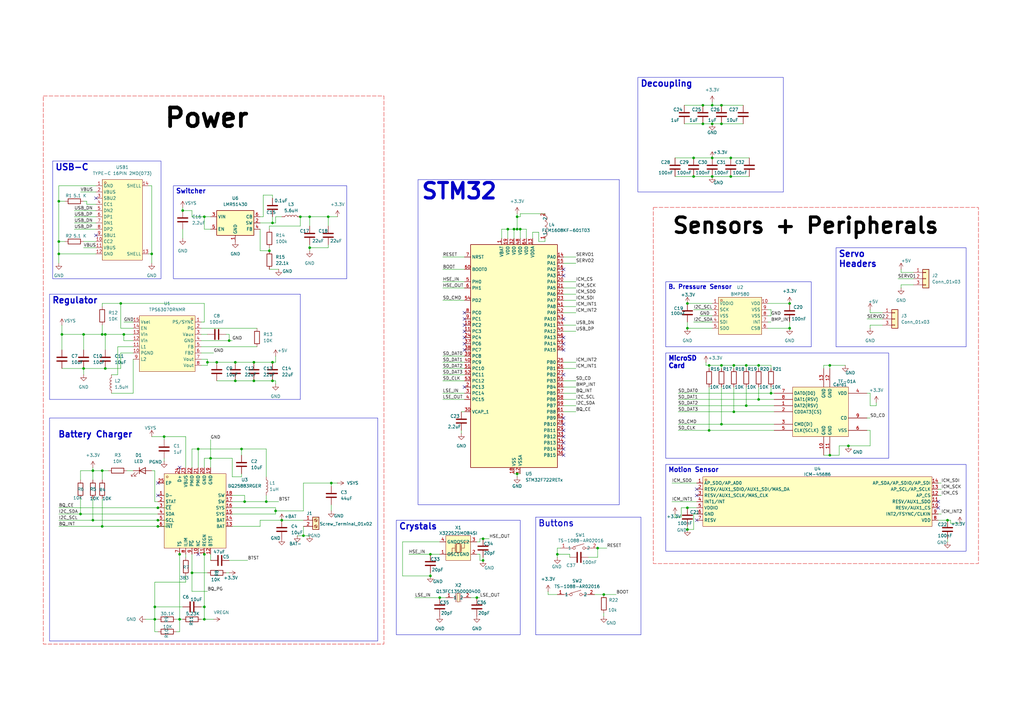
<source format=kicad_sch>
(kicad_sch (version 20250114) (generator "eeschema") (generator_version "9.0")
  (paper "A3")
  (text "Power" (at 84.836 48.514 0) (effects (font (size 7.62 7.62) (thickness 1.524) (bold yes))))
  (text "Battery Charger" (at 39.116 178.308 0) (effects (font (size 2.54 2.54) (thickness 0.508) (bold yes))))
  (text "Sensors + Peripherals\n" (at 330.454 92.71 0) (effects (font (size 6.35 6.35) (thickness 1.27) (bold yes))))
  (text_box "" (at 17.78 39.37 0) (size 139.7 224.79) (margins 0.9525 0.9525 0.9525 0.9525) (stroke (width 0) (type dash) (color 216 0 1 1)) (effects (font (size 1.27 1.27) (thickness 0.254) (bold yes)) (justify left top)))
  (text_box "Crystals\n" (at 162.56 213.36 0) (size 50.8 46.99) (margins 0.9525 0.9525 0.9525 0.9525) (effects (font (size 2.54 2.54) (thickness 0.508) (bold yes)) (justify left top)))
  (text_box "USB-C\n" (at 21.59 66.04 0) (size 44.45 48.26) (margins 0.9525 0.9525 0.9525 0.9525) (effects (font (size 2.54 2.54) (bold yes)) (justify left top)))
  (text_box "MicroSD\nCard\n" (at 273.05 144.78 0) (size 91.44 43.18) (margins 0.9525 0.9525 0.9525 0.9525) (effects (font (size 1.905 1.905) (thickness 25.781) (bold yes)) (justify left top)))
  (text_box "Decoupling" (at 261.62 31.75 0) (size 59.69 46.99) (margins 0.9525 0.9525 0.9525 0.9525) (effects (font (size 2.54 2.54) (thickness 0.508) (bold yes)) (justify left top)))
  (text_box "B. Pressure Sensor" (at 273.05 115.57 0) (size 59.69 26.67) (margins 0.9525 0.9525 0.9525 0.9525) (effects (font (size 1.778 1.778) (bold yes)) (justify left top)))
  (text_box "Buttons" (at 219.71 212.09 0) (size 43.18 48.26) (margins 0.9525 0.9525 0.9525 0.9525) (effects (font (size 2.54 2.54) (thickness 0.381) (bold yes)) (justify left top)))
  (text_box "" (at 267.97 85.09 0) (size 133.35 146.05) (margins 0.9525 0.9525 0.9525 0.9525) (stroke (width 0) (type dash) (color 216 0 1 1)) (effects (font (size 1.27 1.27) (thickness 0.254) (bold yes)) (justify left top)))
  (text_box "Servo\nHeaders" (at 342.9 101.6 0) (size 53.34 40.64) (margins 0.9525 0.9525 0.9525 0.9525) (effects (font (size 2.54 2.54) (thickness 0.508) (bold yes)) (justify left top)))
  (text_box "Motion Sensor" (at 273.05 190.5 0) (size 123.19 35.56) (margins 0.9525 0.9525 0.9525 0.9525) (effects (font (size 1.905 1.905) (thickness 0.381) (bold yes)) (justify left top)))
  (text_box "Switcher" (at 71.12 76.2 0) (size 71.12 38.1) (margins 0.9525 0.9525 0.9525 0.9525) (effects (font (size 1.905 1.905) (thickness 0.381) (bold yes)) (justify left top)))
  (text_box "STM32" (at 171.45 73.66 0) (size 82.55 133.35) (margins 0.9525 0.9525 0.9525 0.9525) (effects (font (size 6.35 6.35) (thickness 1.27) (bold yes)) (justify left top)))
  (text_box "Regulator" (at 20.32 120.65 0) (size 102.87 43.18) (margins 0.9525 0.9525 0.9525 0.9525) (effects (font (size 2.54 2.54) (thickness 0.508) (bold yes)) (justify left top)))
  (text_box "" (at 20.32 171.45 0) (size 134.62 91.44) (margins 0.9525 0.9525 0.9525 0.9525) (effects (font (size 1.27 1.27)) (justify left top)))
  (junction (at 81.28 184.15))
  (junction (at 73.66 254))
  (junction (at 83.82 248.92))
  (junction (at 93.98 139.7))
  (junction (at 281.94 134.62))
  (junction (at 292.1 50.8))
  (junction (at 64.77 213.36))
  (junction (at 292.1 64.77))
  (junction (at 311.15 163.83))
  (junction (at 24.13 82.55))
  (junction (at 210.82 93.98))
  (junction (at 62.23 104.14))
  (junction (at 284.48 72.39))
  (junction (at 41.91 193.04))
  (junction (at 323.85 124.46))
  (junction (at 109.22 205.74))
  (junction (at 281.94 208.28))
  (junction (at 127 101.6))
  (junction (at 63.5 254))
  (junction (at 300.99 149.86))
  (junction (at 34.29 151.13))
  (junction (at 340.36 149.86))
  (junction (at 290.83 176.53))
  (junction (at 115.57 213.36))
  (junction (at 64.77 215.9))
  (junction (at 323.85 134.62))
  (junction (at 43.18 151.13))
  (junction (at 316.23 161.29))
  (junction (at 198.12 220.98))
  (junction (at 176.53 236.22))
  (junction (at 127 88.9))
  (junction (at 74.93 86.36))
  (junction (at 288.29 50.8))
  (junction (at 63.5 248.92))
  (junction (at 347.98 182.88))
  (junction (at 284.48 64.77))
  (junction (at 104.14 156.21))
  (junction (at 288.29 43.18))
  (junction (at 295.91 173.99))
  (junction (at 111.76 156.21))
  (junction (at 86.36 187.96))
  (junction (at 228.6 227.33))
  (junction (at 50.8 137.16))
  (junction (at 292.1 43.18))
  (junction (at 123.19 88.9))
  (junction (at 180.34 245.11))
  (junction (at 113.03 209.55))
  (junction (at 388.62 213.36))
  (junction (at 33.02 210.82))
  (junction (at 38.1 193.04))
  (junction (at 73.66 227.33))
  (junction (at 198.12 229.87))
  (junction (at 290.83 149.86))
  (junction (at 212.09 88.9))
  (junction (at 300.99 168.91))
  (junction (at 176.53 227.33))
  (junction (at 134.62 88.9))
  (junction (at 311.15 149.86))
  (junction (at 111.76 91.44))
  (junction (at 41.91 137.16))
  (junction (at 111.76 148.59))
  (junction (at 34.29 137.16))
  (junction (at 195.58 245.11))
  (junction (at 100.33 205.74))
  (junction (at 96.52 156.21))
  (junction (at 85.09 148.59))
  (junction (at 25.4 137.16))
  (junction (at 43.18 137.16))
  (junction (at 306.07 149.86))
  (junction (at 83.82 227.33))
  (junction (at 96.52 148.59))
  (junction (at 245.11 224.79))
  (junction (at 88.9 148.59))
  (junction (at 83.82 254))
  (junction (at 24.13 104.14))
  (junction (at 292.1 72.39))
  (junction (at 299.72 72.39))
  (junction (at 299.72 64.77))
  (junction (at 295.91 149.86))
  (junction (at 64.77 208.28))
  (junction (at 38.1 213.36))
  (junction (at 135.89 198.12))
  (junction (at 247.65 243.84))
  (junction (at 295.91 43.18))
  (junction (at 41.91 215.9))
  (junction (at 83.82 88.9))
  (junction (at 212.09 93.98))
  (junction (at 281.94 124.46))
  (junction (at 340.36 186.69))
  (junction (at 212.09 194.31))
  (junction (at 281.94 217.17))
  (junction (at 295.91 50.8))
  (junction (at 78.74 234.95))
  (junction (at 67.31 179.07))
  (junction (at 110.49 102.87))
  (junction (at 49.53 124.46))
  (junction (at 208.28 93.98))
  (junction (at 306.07 166.37))
  (junction (at 104.14 148.59))
  (junction (at 124.46 219.71))
  (junction (at 99.06 184.15))
  (junction (at 213.36 93.98))
  (junction (at 24.13 99.06))
  (no_connect (at 231.14 179.07))
  (no_connect (at 285.75 203.2))
  (no_connect (at 231.14 110.49))
  (no_connect (at 190.5 143.51))
  (no_connect (at 190.5 128.27))
  (no_connect (at 190.5 140.97))
  (no_connect (at 231.14 176.53))
  (no_connect (at 231.14 153.67))
  (no_connect (at 190.5 130.81))
  (no_connect (at 384.81 205.74))
  (no_connect (at 39.37 81.28))
  (no_connect (at 64.77 203.2))
  (no_connect (at 285.75 213.36))
  (no_connect (at 231.14 171.45))
  (no_connect (at 64.77 198.12))
  (no_connect (at 39.37 96.52))
  (no_connect (at 190.5 133.35))
  (no_connect (at 190.5 135.89))
  (no_connect (at 231.14 186.69))
  (no_connect (at 231.14 140.97))
  (no_connect (at 231.14 130.81))
  (no_connect (at 190.5 158.75))
  (no_connect (at 231.14 173.99))
  (no_connect (at 231.14 138.43))
  (no_connect (at 81.28 227.33))
  (no_connect (at 231.14 143.51))
  (no_connect (at 231.14 181.61))
  (no_connect (at 231.14 113.03))
  (no_connect (at 384.81 208.28))
  (no_connect (at 231.14 184.15))
  (no_connect (at 190.5 138.43))
  (no_connect (at 73.66 191.77))
  (no_connect (at 285.75 200.66))
  (wire (pts (xy 361.95 133.35) (xy 356.87 133.35)))
  (wire (pts (xy 83.82 254) (xy 82.55 254)))
  (wire (pts (xy 181.61 115.57) (xy 190.5 115.57)))
  (wire (pts (xy 231.14 128.27) (xy 236.22 128.27)))
  (wire (pts (xy 127 102.87) (xy 127 101.6)))
  (wire (pts (xy 198.12 220.98) (xy 200.66 220.98)))
  (wire (pts (xy 78.74 191.77) (xy 78.74 184.15)))
  (wire (pts (xy 33.02 193.04) (xy 33.02 196.85)))
  (wire (pts (xy 63.5 238.76) (xy 76.2 238.76)))
  (wire (pts (xy 24.13 213.36) (xy 38.1 213.36)))
  (wire (pts (xy 292.1 43.18) (xy 295.91 43.18)))
  (wire (pts (xy 290.83 158.75) (xy 290.83 176.53)))
  (wire (pts (xy 278.13 163.83) (xy 311.15 163.83)))
  (wire (pts (xy 287.02 129.54) (xy 292.1 129.54)))
  (wire (pts (xy 189.23 168.91) (xy 190.5 168.91)))
  (wire (pts (xy 299.72 72.39) (xy 307.34 72.39)))
  (wire (pts (xy 181.61 118.11) (xy 190.5 118.11)))
  (wire (pts (xy 83.82 226.06) (xy 83.82 227.33)))
  (wire (pts (xy 369.57 116.84) (xy 369.57 118.11)))
  (wire (pts (xy 95.25 203.2) (xy 100.33 203.2)))
  (wire (pts (xy 92.71 234.95) (xy 93.98 234.95)))
  (wire (pts (xy 115.57 213.36) (xy 124.46 213.36)))
  (wire (pts (xy 289.56 148.59) (xy 289.56 149.86)))
  (wire (pts (xy 337.82 151.13) (xy 337.82 149.86)))
  (wire (pts (xy 316.23 129.54) (xy 314.96 129.54)))
  (wire (pts (xy 181.61 163.83) (xy 190.5 163.83)))
  (wire (pts (xy 72.39 254) (xy 73.66 254)))
  (wire (pts (xy 299.72 64.77) (xy 307.34 64.77)))
  (wire (pts (xy 110.49 93.98) (xy 110.49 92.71)))
  (wire (pts (xy 82.55 139.7) (xy 93.98 139.7)))
  (wire (pts (xy 247.65 243.84) (xy 252.73 243.84)))
  (wire (pts (xy 384.81 213.36) (xy 388.62 213.36)))
  (wire (pts (xy 127 88.9) (xy 134.62 88.9)))
  (wire (pts (xy 124.46 219.71) (xy 127 219.71)))
  (wire (pts (xy 231.14 107.95) (xy 236.22 107.95)))
  (wire (pts (xy 281.94 134.62) (xy 281.94 132.08)))
  (wire (pts (xy 67.31 187.96) (xy 67.31 189.23)))
  (wire (pts (xy 95.25 210.82) (xy 113.03 210.82)))
  (wire (pts (xy 111.76 91.44) (xy 113.03 91.44)))
  (wire (pts (xy 176.53 236.22) (xy 176.53 234.95)))
  (wire (pts (xy 78.74 86.36) (xy 74.93 86.36)))
  (wire (pts (xy 86.36 191.77) (xy 86.36 187.96)))
  (wire (pts (xy 33.02 78.74) (xy 39.37 78.74)))
  (wire (pts (xy 388.62 220.98) (xy 388.62 222.25)))
  (wire (pts (xy 181.61 148.59) (xy 190.5 148.59)))
  (wire (pts (xy 355.6 161.29) (xy 356.87 161.29)))
  (wire (pts (xy 181.61 153.67) (xy 190.5 153.67)))
  (wire (pts (xy 276.86 64.77) (xy 284.48 64.77)))
  (wire (pts (xy 215.9 97.79) (xy 215.9 93.98)))
  (wire (pts (xy 311.15 149.86) (xy 316.23 149.86)))
  (wire (pts (xy 212.09 88.9) (xy 213.36 88.9)))
  (wire (pts (xy 124.46 198.12) (xy 135.89 198.12)))
  (wire (pts (xy 355.6 130.81) (xy 361.95 130.81)))
  (wire (pts (xy 292.1 134.62) (xy 281.94 134.62)))
  (wire (pts (xy 30.48 93.98) (xy 39.37 93.98)))
  (wire (pts (xy 231.14 168.91) (xy 236.22 168.91)))
  (wire (pts (xy 123.19 88.9) (xy 127 88.9)))
  (wire (pts (xy 231.14 115.57) (xy 236.22 115.57)))
  (wire (pts (xy 110.49 110.49) (xy 114.3 110.49)))
  (wire (pts (xy 231.14 156.21) (xy 236.22 156.21)))
  (wire (pts (xy 280.67 43.18) (xy 288.29 43.18)))
  (wire (pts (xy 24.13 99.06) (xy 24.13 104.14)))
  (wire (pts (xy 356.87 133.35) (xy 356.87 134.62)))
  (wire (pts (xy 68.58 208.28) (xy 64.77 208.28)))
  (wire (pts (xy 279.4 208.28) (xy 279.4 212.09)))
  (wire (pts (xy 34.29 101.6) (xy 39.37 101.6)))
  (wire (pts (xy 38.1 193.04) (xy 38.1 196.85)))
  (wire (pts (xy 276.86 212.09) (xy 276.86 210.82)))
  (wire (pts (xy 54.61 161.29) (xy 45.72 161.29)))
  (wire (pts (xy 109.22 205.74) (xy 114.3 205.74)))
  (wire (pts (xy 106.68 102.87) (xy 110.49 102.87)))
  (wire (pts (xy 38.1 204.47) (xy 38.1 213.36)))
  (wire (pts (xy 340.36 149.86) (xy 346.71 149.86)))
  (wire (pts (xy 223.52 99.06) (xy 220.98 99.06)))
  (wire (pts (xy 389.89 214.63) (xy 389.89 213.36)))
  (wire (pts (xy 241.3 228.6) (xy 245.11 228.6)))
  (wire (pts (xy 30.48 88.9) (xy 39.37 88.9)))
  (wire (pts (xy 106.68 215.9) (xy 106.68 213.36)))
  (wire (pts (xy 24.13 215.9) (xy 41.91 215.9)))
  (wire (pts (xy 245.11 228.6) (xy 245.11 224.79)))
  (wire (pts (xy 74.93 85.09) (xy 74.93 86.36)))
  (wire (pts (xy 113.03 88.9) (xy 115.57 88.9)))
  (wire (pts (xy 167.64 227.33) (xy 176.53 227.33)))
  (wire (pts (xy 290.83 176.53) (xy 317.5 176.53)))
  (wire (pts (xy 355.6 176.53) (xy 356.87 176.53)))
  (wire (pts (xy 25.4 151.13) (xy 34.29 151.13)))
  (wire (pts (xy 213.36 93.98) (xy 213.36 97.79)))
  (wire (pts (xy 284.48 132.08) (xy 292.1 132.08)))
  (wire (pts (xy 24.13 104.14) (xy 39.37 104.14)))
  (wire (pts (xy 228.6 224.79) (xy 229.87 224.79)))
  (wire (pts (xy 68.58 215.9) (xy 64.77 215.9)))
  (wire (pts (xy 311.15 158.75) (xy 311.15 163.83)))
  (wire (pts (xy 369.57 110.49) (xy 369.57 111.76)))
  (wire (pts (xy 384.81 210.82) (xy 386.08 210.82)))
  (wire (pts (xy 281.94 124.46) (xy 292.1 124.46)))
  (wire (pts (xy 88.9 148.59) (xy 96.52 148.59)))
  (wire (pts (xy 34.29 82.55) (xy 35.56 82.55)))
  (wire (pts (xy 245.11 224.79) (xy 248.92 224.79)))
  (wire (pts (xy 295.91 158.75) (xy 295.91 173.99)))
  (wire (pts (xy 74.93 93.98) (xy 74.93 97.79)))
  (wire (pts (xy 181.61 151.13) (xy 190.5 151.13)))
  (wire (pts (xy 316.23 151.13) (xy 316.23 149.86)))
  (wire (pts (xy 73.66 226.06) (xy 73.66 227.33)))
  (wire (pts (xy 384.81 200.66) (xy 386.08 200.66)))
  (wire (pts (xy 73.66 254) (xy 73.66 259.08)))
  (wire (pts (xy 224.79 242.57) (xy 224.79 243.84)))
  (wire (pts (xy 49.53 151.13) (xy 49.53 144.78)))
  (wire (pts (xy 106.68 88.9) (xy 107.95 88.9)))
  (wire (pts (xy 50.8 137.16) (xy 43.18 137.16)))
  (wire (pts (xy 93.98 139.7) (xy 95.25 139.7)))
  (wire (pts (xy 212.09 88.9) (xy 212.09 93.98)))
  (wire (pts (xy 292.1 72.39) (xy 299.72 72.39)))
  (wire (pts (xy 231.14 118.11) (xy 236.22 118.11)))
  (wire (pts (xy 107.95 88.9) (xy 107.95 80.01)))
  (wire (pts (xy 300.99 168.91) (xy 317.5 168.91)))
  (wire (pts (xy 213.36 87.63) (xy 213.36 88.9)))
  (wire (pts (xy 231.14 151.13) (xy 236.22 151.13)))
  (wire (pts (xy 288.29 50.8) (xy 292.1 50.8)))
  (wire (pts (xy 124.46 198.12) (xy 124.46 209.55)))
  (wire (pts (xy 76.2 179.07) (xy 67.31 179.07)))
  (wire (pts (xy 384.81 203.2) (xy 386.08 203.2)))
  (wire (pts (xy 93.98 137.16) (xy 93.98 139.7)))
  (wire (pts (xy 135.89 199.39) (xy 135.89 198.12)))
  (wire (pts (xy 176.53 227.33) (xy 180.34 227.33)))
  (wire (pts (xy 356.87 182.88) (xy 347.98 182.88)))
  (wire (pts (xy 63.5 205.74) (xy 64.77 205.74)))
  (wire (pts (xy 278.13 173.99) (xy 295.91 173.99)))
  (wire (pts (xy 231.14 135.89) (xy 236.22 135.89)))
  (wire (pts (xy 355.6 171.45) (xy 356.87 171.45)))
  (wire (pts (xy 208.28 93.98) (xy 210.82 93.98)))
  (wire (pts (xy 210.82 93.98) (xy 212.09 93.98)))
  (wire (pts (xy 389.89 213.36) (xy 388.62 213.36)))
  (wire (pts (xy 292.1 64.77) (xy 299.72 64.77)))
  (wire (pts (xy 63.5 248.92) (xy 74.93 248.92)))
  (wire (pts (xy 134.62 100.33) (xy 134.62 101.6)))
  (wire (pts (xy 93.98 229.87) (xy 101.6 229.87)))
  (wire (pts (xy 295.91 149.86) (xy 300.99 149.86)))
  (wire (pts (xy 314.96 132.08) (xy 316.23 132.08)))
  (wire (pts (xy 86.36 227.33) (xy 86.36 229.87)))
  (wire (pts (xy 323.85 132.08) (xy 323.85 134.62)))
  (wire (pts (xy 165.1 222.25) (xy 165.1 236.22)))
  (wire (pts (xy 247.65 251.46) (xy 247.65 252.73)))
  (wire (pts (xy 96.52 156.21) (xy 104.14 156.21)))
  (wire (pts (xy 49.53 144.78) (xy 54.61 144.78)))
  (wire (pts (xy 85.09 242.57) (xy 78.74 242.57)))
  (wire (pts (xy 323.85 134.62) (xy 314.96 134.62)))
  (wire (pts (xy 113.03 91.44) (xy 113.03 88.9)))
  (wire (pts (xy 295.91 43.18) (xy 304.8 43.18)))
  (wire (pts (xy 48.26 153.67) (xy 45.72 153.67)))
  (wire (pts (xy 25.4 137.16) (xy 25.4 143.51)))
  (wire (pts (xy 292.1 41.91) (xy 292.1 43.18)))
  (wire (pts (xy 196.85 220.98) (xy 196.85 222.25)))
  (wire (pts (xy 180.34 222.25) (xy 165.1 222.25)))
  (wire (pts (xy 356.87 128.27) (xy 361.95 128.27)))
  (wire (pts (xy 121.92 219.71) (xy 124.46 219.71)))
  (wire (pts (xy 180.34 245.11) (xy 182.88 245.11)))
  (wire (pts (xy 92.71 137.16) (xy 93.98 137.16)))
  (wire (pts (xy 279.4 208.28) (xy 281.94 208.28)))
  (wire (pts (xy 78.74 234.95) (xy 85.09 234.95)))
  (wire (pts (xy 49.53 134.62) (xy 49.53 124.46)))
  (wire (pts (xy 63.5 248.92) (xy 63.5 254)))
  (wire (pts (xy 384.81 198.12) (xy 386.08 198.12)))
  (wire (pts (xy 220.98 95.25) (xy 220.98 99.06)))
  (wire (pts (xy 231.14 120.65) (xy 236.22 120.65)))
  (wire (pts (xy 228.6 228.6) (xy 228.6 227.33)))
  (wire (pts (xy 393.7 214.63) (xy 389.89 214.63)))
  (wire (pts (xy 106.68 91.44) (xy 111.76 91.44)))
  (wire (pts (xy 223.52 97.79) (xy 223.52 99.06)))
  (wire (pts (xy 38.1 191.77) (xy 38.1 193.04)))
  (wire (pts (xy 62.23 107.95) (xy 62.23 104.14)))
  (wire (pts (xy 124.46 215.9) (xy 124.46 219.71)))
  (wire (pts (xy 285.75 208.28) (xy 281.94 208.28)))
  (wire (pts (xy 24.13 82.55) (xy 26.67 82.55)))
  (wire (pts (xy 198.12 229.87) (xy 198.12 228.6)))
  (wire (pts (xy 127 88.9) (xy 127 92.71)))
  (wire (pts (xy 104.14 156.21) (xy 111.76 156.21)))
  (wire (pts (xy 109.22 184.15) (xy 99.06 184.15)))
  (wire (pts (xy 344.17 186.69) (xy 340.36 186.69)))
  (wire (pts (xy 83.82 254) (xy 87.63 254)))
  (wire (pts (xy 113.03 209.55) (xy 124.46 209.55)))
  (wire (pts (xy 316.23 158.75) (xy 316.23 161.29)))
  (wire (pts (xy 290.83 149.86) (xy 290.83 151.13)))
  (wire (pts (xy 83.82 191.77) (xy 83.82 187.96)))
  (wire (pts (xy 30.48 91.44) (xy 39.37 91.44)))
  (wire (pts (xy 95.25 208.28) (xy 113.03 208.28)))
  (wire (pts (xy 62.23 76.2) (xy 60.96 76.2)))
  (wire (pts (xy 231.14 105.41) (xy 236.22 105.41)))
  (wire (pts (xy 35.56 83.82) (xy 39.37 83.82)))
  (wire (pts (xy 278.13 168.91) (xy 300.99 168.91)))
  (wire (pts (xy 306.07 158.75) (xy 306.07 166.37)))
  (wire (pts (xy 34.29 151.13) (xy 43.18 151.13)))
  (wire (pts (xy 314.96 127) (xy 316.23 127)))
  (wire (pts (xy 83.82 93.98) (xy 83.82 88.9)))
  (wire (pts (xy 106.68 93.98) (xy 106.68 102.87)))
  (wire (pts (xy 81.28 184.15) (xy 81.28 191.77)))
  (wire (pts (xy 33.02 204.47) (xy 33.02 210.82)))
  (wire (pts (xy 49.53 124.46) (xy 83.82 124.46)))
  (wire (pts (xy 231.14 123.19) (xy 236.22 123.19)))
  (wire (pts (xy 231.14 125.73) (xy 236.22 125.73)))
  (wire (pts (xy 63.5 238.76) (xy 63.5 248.92)))
  (wire (pts (xy 111.76 88.9) (xy 111.76 91.44)))
  (wire (pts (xy 100.33 205.74) (xy 109.22 205.74)))
  (wire (pts (xy 34.29 137.16) (xy 34.29 143.51)))
  (wire (pts (xy 290.83 149.86) (xy 295.91 149.86)))
  (wire (pts (xy 86.36 93.98) (xy 83.82 93.98)))
  (wire (pts (xy 67.31 179.07) (xy 62.23 179.07)))
  (wire (pts (xy 50.8 132.08) (xy 54.61 132.08)))
  (wire (pts (xy 231.14 158.75) (xy 236.22 158.75)))
  (wire (pts (xy 231.14 166.37) (xy 236.22 166.37)))
  (wire (pts (xy 62.23 193.04) (xy 63.5 193.04)))
  (wire (pts (xy 99.06 184.15) (xy 99.06 186.69)))
  (wire (pts (xy 285.75 210.82) (xy 284.48 210.82)))
  (wire (pts (xy 311.15 163.83) (xy 317.5 163.83)))
  (wire (pts (xy 374.65 116.84) (xy 369.57 116.84)))
  (wire (pts (xy 54.61 139.7) (xy 50.8 139.7)))
  (wire (pts (xy 25.4 133.35) (xy 25.4 137.16)))
  (wire (pts (xy 48.26 142.24) (xy 48.26 153.67)))
  (wire (pts (xy 107.95 80.01) (xy 111.76 80.01)))
  (wire (pts (xy 73.66 259.08) (xy 72.39 259.08)))
  (wire (pts (xy 223.52 87.63) (xy 213.36 87.63)))
  (wire (pts (xy 181.61 105.41) (xy 190.5 105.41)))
  (wire (pts (xy 83.82 88.9) (xy 78.74 88.9)))
  (wire (pts (xy 110.49 101.6) (xy 110.49 102.87)))
  (wire (pts (xy 41.91 133.35) (xy 41.91 137.16)))
  (wire (pts (xy 278.13 166.37) (xy 306.07 166.37)))
  (wire (pts (xy 81.28 184.15) (xy 99.06 184.15)))
  (wire (pts (xy 196.85 220.98) (xy 198.12 220.98)))
  (wire (pts (xy 284.48 127) (xy 292.1 127)))
  (wire (pts (xy 82.55 248.92) (xy 83.82 248.92)))
  (wire (pts (xy 111.76 148.59) (xy 113.03 148.59)))
  (wire (pts (xy 224.79 243.84) (xy 228.6 243.84)))
  (wire (pts (xy 218.44 95.25) (xy 218.44 97.79)))
  (wire (pts (xy 82.55 144.78) (xy 87.63 144.78)))
  (wire (pts (xy 284.48 210.82) (xy 284.48 217.17)))
  (wire (pts (xy 85.09 147.32) (xy 85.09 148.59)))
  (wire (pts (xy 212.09 194.31) (xy 213.36 194.31)))
  (wire (pts (xy 24.13 210.82) (xy 33.02 210.82)))
  (wire (pts (xy 96.52 148.59) (xy 104.14 148.59)))
  (wire (pts (xy 284.48 72.39) (xy 292.1 72.39)))
  (wire (pts (xy 106.68 213.36) (xy 115.57 213.36)))
  (wire (pts (xy 39.37 76.2) (xy 24.13 76.2)))
  (wire (pts (xy 111.76 156.21) (xy 113.03 156.21)))
  (wire (pts (xy 306.07 149.86) (xy 306.07 151.13)))
  (wire (pts (xy 281.94 215.9) (xy 281.94 217.17)))
  (wire (pts (xy 30.48 86.36) (xy 39.37 86.36)))
  (wire (pts (xy 34.29 137.16) (xy 25.4 137.16)))
  (wire (pts (xy 63.5 254) (xy 63.5 259.08)))
  (wire (pts (xy 356.87 127) (xy 356.87 128.27)))
  (wire (pts (xy 109.22 203.2) (xy 109.22 205.74)))
  (wire (pts (xy 44.45 193.04) (xy 41.91 193.04)))
  (wire (pts (xy 218.44 95.25) (xy 220.98 95.25)))
  (wire (pts (xy 288.29 43.18) (xy 292.1 43.18)))
  (wire (pts (xy 43.18 137.16) (xy 43.18 143.51)))
  (wire (pts (xy 76.2 191.77) (xy 76.2 179.07)))
  (wire (pts (xy 210.82 194.31) (xy 212.09 194.31)))
  (wire (pts (xy 233.68 228.6) (xy 233.68 227.33)))
  (wire (pts (xy 195.58 227.33) (xy 196.85 227.33)))
  (wire (pts (xy 340.36 149.86) (xy 340.36 151.13)))
  (wire (pts (xy 95.25 187.96) (xy 95.25 195.58)))
  (wire (pts (xy 50.8 139.7) (xy 50.8 137.16)))
  (wire (pts (xy 54.61 147.32) (xy 54.61 161.29)))
  (wire (pts (xy 347.98 182.88) (xy 344.17 182.88)))
  (wire (pts (xy 82.55 149.86) (xy 85.09 149.86)))
  (wire (pts (xy 134.62 88.9) (xy 134.62 92.71)))
  (wire (pts (xy 41.91 193.04) (xy 41.91 196.85)))
  (wire (pts (xy 54.61 142.24) (xy 48.26 142.24)))
  (wire (pts (xy 295.91 149.86) (xy 295.91 151.13)))
  (wire (pts (xy 135.89 207.01) (xy 135.89 209.55)))
  (wire (pts (xy 78.74 184.15) (xy 81.28 184.15)))
  (wire (pts (xy 196.85 227.33) (xy 196.85 229.87)))
  (wire (pts (xy 78.74 234.95) (xy 78.74 242.57)))
  (wire (pts (xy 78.74 227.33) (xy 78.74 234.95)))
  (wire (pts (xy 99.06 194.31) (xy 99.06 195.58)))
  (wire (pts (xy 181.61 161.29) (xy 190.5 161.29)))
  (wire (pts (xy 280.67 50.8) (xy 288.29 50.8)))
  (wire (pts (xy 24.13 104.14) (xy 24.13 107.95)))
  (wire (pts (xy 86.36 180.34) (xy 86.36 187.96)))
  (wire (pts (xy 76.2 238.76) (xy 76.2 236.22)))
  (wire (pts (xy 63.5 193.04) (xy 63.5 205.74)))
  (wire (pts (xy 165.1 236.22) (xy 176.53 236.22)))
  (wire (pts (xy 284.48 217.17) (xy 281.94 217.17)))
  (wire (pts (xy 278.13 161.29) (xy 316.23 161.29)))
  (wire (pts (xy 109.22 195.58) (xy 109.22 184.15)))
  (wire (pts (xy 86.36 187.96) (xy 95.25 187.96)))
  (wire (pts (xy 34.29 99.06) (xy 39.37 99.06)))
  (wire (pts (xy 113.03 148.59) (xy 113.03 146.05)))
  (wire (pts (xy 113.03 157.48) (xy 113.03 156.21)))
  (wire (pts (xy 356.87 161.29) (xy 356.87 166.37)))
  (wire (pts (xy 135.89 198.12) (xy 138.43 198.12)))
  (wire (pts (xy 34.29 151.13) (xy 34.29 153.67)))
  (wire (pts (xy 193.04 245.11) (xy 195.58 245.11)))
  (wire (pts (xy 276.86 212.09) (xy 279.4 212.09)))
  (wire (pts (xy 275.59 198.12) (xy 285.75 198.12)))
  (wire (pts (xy 316.23 127) (xy 316.23 129.54)))
  (wire (pts (xy 233.68 227.33) (xy 228.6 227.33)))
  (wire (pts (xy 205.74 93.98) (xy 208.28 93.98)))
  (wire (pts (xy 43.18 137.16) (xy 41.91 137.16)))
  (wire (pts (xy 59.69 254) (xy 63.5 254)))
  (wire (pts (xy 54.61 134.62) (xy 49.53 134.62)))
  (wire (pts (xy 24.13 76.2) (xy 24.13 82.55)))
  (wire (pts (xy 100.33 203.2) (xy 100.33 205.74)))
  (wire (pts (xy 35.56 82.55) (xy 35.56 83.82)))
  (wire (pts (xy 189.23 176.53) (xy 189.23 177.8)))
  (wire (pts (xy 113.03 208.28) (xy 113.03 209.55)))
  (wire (pts (xy 41.91 125.73) (xy 41.91 124.46)))
  (wire (pts (xy 228.6 227.33) (xy 228.6 224.79)))
  (wire (pts (xy 231.14 133.35) (xy 236.22 133.35)))
  (wire (pts (xy 306.07 166.37) (xy 317.5 166.37)))
  (wire (pts (xy 82.55 132.08) (xy 83.82 132.08)))
  (wire (pts (xy 170.18 245.11) (xy 180.34 245.11)))
  (wire (pts (xy 359.41 166.37) (xy 359.41 165.1)))
  (wire (pts (xy 41.91 193.04) (xy 38.1 193.04)))
  (wire (pts (xy 111.76 80.01) (xy 111.76 81.28)))
  (wire (pts (xy 205.74 97.79) (xy 205.74 93.98)))
  (wire (pts (xy 68.58 213.36) (xy 64.77 213.36)))
  (wire (pts (xy 212.09 87.63) (xy 212.09 88.9)))
  (wire (pts (xy 54.61 137.16) (xy 50.8 137.16)))
  (wire (pts (xy 231.14 163.83) (xy 236.22 163.83)))
  (wire (pts (xy 276.86 72.39) (xy 284.48 72.39)))
  (wire (pts (xy 337.82 149.86) (xy 340.36 149.86)))
  (wire (pts (xy 306.07 149.86) (xy 311.15 149.86)))
  (wire (pts (xy 62.23 104.14) (xy 62.23 76.2)))
  (wire (pts (xy 99.06 195.58) (xy 95.25 195.58)))
  (wire (pts (xy 181.61 123.19) (xy 190.5 123.19)))
  (wire (pts (xy 82.55 134.62) (xy 105.41 134.62)))
  (wire (pts (xy 356.87 166.37) (xy 359.41 166.37)))
  (wire (pts (xy 314.96 124.46) (xy 323.85 124.46)))
  (wire (pts (xy 210.82 93.98) (xy 210.82 97.79)))
  (wire (pts (xy 83.82 124.46) (xy 83.82 132.08)))
  (wire (pts (xy 52.07 193.04) (xy 54.61 193.04)))
  (wire (pts (xy 278.13 176.53) (xy 290.83 176.53)))
  (wire (pts (xy 24.13 82.55) (xy 24.13 99.06)))
  (wire (pts (xy 60.96 104.14) (xy 62.23 104.14)))
  (wire (pts (xy 127 101.6) (xy 134.62 101.6)))
  (wire (pts (xy 275.59 205.74) (xy 285.75 205.74)))
  (wire (pts (xy 82.55 147.32) (xy 85.09 147.32)))
  (wire (pts (xy 134.62 88.9) (xy 138.43 88.9)))
  (wire (pts (xy 196.85 222.25) (xy 195.58 222.25)))
  (wire (pts (xy 86.36 88.9) (xy 83.82 88.9)))
  (wire (pts (xy 82.55 137.16) (xy 85.09 137.16)))
  (wire (pts (xy 43.18 151.13) (xy 49.53 151.13)))
  (wire (pts (xy 344.17 182.88) (xy 344.17 186.69)))
  (wire (pts (xy 33.02 210.82) (xy 64.77 210.82)))
  (wire (pts (xy 85.09 149.86) (xy 85.09 148.59)))
  (wire (pts (xy 24.13 99.06) (xy 26.67 99.06)))
  (wire (pts (xy 231.14 148.59) (xy 236.22 148.59)))
  (wire (pts (xy 231.14 161.29) (xy 236.22 161.29)))
  (wire (pts (xy 284.48 64.77) (xy 292.1 64.77)))
  (wire (pts (xy 195.58 245.11) (xy 196.85 245.11)))
  (wire (pts (xy 123.19 92.71) (xy 123.19 88.9)))
  (wire (pts (xy 83.82 187.96) (xy 86.36 187.96)))
  (wire (pts (xy 295.91 173.99) (xy 317.5 173.99)))
  (wire (pts (xy 196.85 229.87) (xy 198.12 229.87)))
  (wire (pts (xy 292.1 50.8) (xy 295.91 50.8)))
  (wire (pts (xy 340.36 186.69) (xy 337.82 186.69)))
  (wire (pts (xy 41.91 204.47) (xy 41.91 215.9)))
  (wire (pts (xy 213.36 93.98) (xy 212.09 93.98)))
  (wire (pts (xy 78.74 88.9) (xy 78.74 86.36)))
  (wire (pts (xy 41.91 215.9) (xy 64.77 215.9)))
  (wire (pts (xy 83.82 248.92) (xy 83.82 254)))
  (wire (pts (xy 110.49 92.71) (xy 123.19 92.71)))
  (wire (pts (xy 67.31 179.07) (xy 67.31 180.34)))
  (wire (pts (xy 73.66 227.33) (xy 73.66 254)))
  (wire (pts (xy 181.61 156.21) (xy 190.5 156.21)))
  (wire (pts (xy 295.91 50.8) (xy 304.8 50.8)))
  (wire (pts (xy 127 100.33) (xy 127 101.6)))
  (wire (pts (xy 41.91 124.46) (xy 49.53 124.46)))
  (wire (pts (xy 181.61 110.49) (xy 190.5 110.49)))
  (wire (pts (xy 208.28 93.98) (xy 208.28 97.79)))
  (wire (pts (xy 104.14 148.59) (xy 111.76 148.59)))
  (wire (pts (xy 85.09 148.59) (xy 88.9 148.59)))
  (wire (pts (xy 95.25 205.74) (xy 100.33 205.74)))
  (wire (pts (xy 289.56 149.86) (xy 290.83 149.86)))
  (wire (pts (xy 113.03 210.82) (xy 113.03 209.55)))
  (wire (pts (xy 243.84 243.84) (xy 247.65 243.84)))
  (wire (pts (xy 83.82 227.33) (xy 83.82 248.92)))
  (wire (pts (xy 316.23 161.29) (xy 317.5 161.29)))
  (wire (pts (xy 300.99 149.86) (xy 300.99 151.13)))
  (wire (pts (xy 38.1 193.04) (xy 33.02 193.04)))
  (wire (pts (xy 215.9 93.98) (xy 213.36 93.98)))
  (wire (pts (xy 95.25 215.9) (xy 106.68 215.9)))
  (wire (pts (xy 38.1 213.36) (xy 64.77 213.36)))
  (wire (pts (xy 24.13 208.28) (xy 64.77 208.28)))
  (wire (pts (xy 41.91 137.16) (xy 34.29 137.16)))
  (wire (pts (xy 76.2 227.33) (xy 76.2 228.6)))
  (wire (pts (xy 300.99 149.86) (xy 306.07 149.86)))
  (wire (pts (xy 64.77 259.08) (xy 63.5 259.08)))
  (wire (pts (xy 212.09 194.31) (xy 212.09 195.58)))
  (wire (pts (xy 88.9 156.21) (xy 96.52 156.21)))
  (wire (pts (xy 73.66 254) (xy 74.93 254)))
  (wire (pts (xy 300.99 158.75) (xy 300.99 168.91)))
  (wire (pts (xy 356.87 176.53) (xy 356.87 182.88)))
  (wire (pts (xy 105.41 142.24) (xy 82.55 142.24)))
  (wire (pts (xy 63.5 254) (xy 64.77 254)))
  (wire (pts (xy 311.15 149.86) (xy 311.15 151.13)))
  (wire (pts (xy 368.3 114.3) (xy 374.65 114.3)))
  (wire (pts (xy 181.61 146.05) (xy 190.5 146.05)))
  (wire (pts (xy 369.57 111.76) (xy 374.65 111.76)))
  (label "I2C_SCL" (at 24.13 213.36 0))
  (label "GND" (at 95.25 139.7 0))
  (label "ICM_INT1" (at 236.22 125.73 0))
  (label "I2C_SDA" (at 24.13 210.82 0))
  (label "RESET" (at 181.61 105.41 0))
  (label "USB_DN" (at 30.48 91.44 0))
  (label "VBUS" (at 34.29 101.6 0))
  (label "USB_DN" (at 236.22 133.35 0))
  (label "SD_DAT0" (at 278.13 161.29 0))
  (label "USB_DP" (at 30.48 93.98 0))
  (label "LSE_OUT" (at 181.61 163.83 0))
  (label "HSE_OUT" (at 200.66 220.98 0))
  (label "ICM_SD0" (at 236.22 120.65 0))
  (label "USB_DP" (at 236.22 135.89 0))
  (label "GND" (at 86.36 180.34 0))
  (label "GND" (at 316.23 129.54 0))
  (label "SD_DAT3" (at 278.13 168.91 0))
  (label "SERVO2" (at 236.22 107.95 0))
  (label "BTST" (at 101.6 229.87 0))
  (label "SD_CMD" (at 278.13 173.99 0))
  (label "RESET" (at 248.92 224.79 0))
  (label "LSE_IN" (at 170.18 245.11 0))
  (label "I2C_SCL" (at 284.48 127 0))
  (label "SD_DAT2" (at 278.13 166.37 0))
  (label "ICM_SD0" (at 275.59 198.12 0))
  (label "BQ_CE" (at 24.13 208.28 0))
  (label "BOOT" (at 252.73 243.84 0))
  (label "BQ_INT" (at 236.22 161.29 0))
  (label "ICM_INT2" (at 386.08 210.82 0))
  (label "ICM_SDI" (at 386.08 198.12 0))
  (label "ICM_CS" (at 386.08 203.2 0))
  (label "BTST" (at 114.3 205.74 0))
  (label "HSE_IN" (at 181.61 115.57 0))
  (label "SD_DAT1" (at 181.61 148.59 0))
  (label "BOOT" (at 181.61 110.49 0))
  (label "GND" (at 87.63 144.78 0))
  (label "ICM_INT1" (at 275.59 205.74 0))
  (label "ICM_INT2" (at 236.22 148.59 0))
  (label "SD_CMD" (at 181.61 123.19 0))
  (label "SD_CLK" (at 181.61 156.21 0))
  (label "BQ_CE" (at 236.22 168.91 0))
  (label "BMP_INT" (at 316.23 132.08 0))
  (label "GND" (at 287.02 129.54 0))
  (label "ICM_SCK" (at 236.22 118.11 0))
  (label "ICM_INT2" (at 236.22 128.27 0))
  (label "SERVO2" (at 355.6 130.81 0))
  (label "I2C_SDA" (at 284.48 132.08 0))
  (label "SERVO1" (at 236.22 105.41 0))
  (label "HSE_IN" (at 167.64 227.33 0))
  (label "ICM_INT1" (at 236.22 151.13 0))
  (label "SERVO1" (at 368.3 114.3 0))
  (label "ICM_CS" (at 236.22 115.57 0))
  (label "BMP_INT" (at 236.22 158.75 0))
  (label "USB_DP" (at 30.48 88.9 0))
  (label "HSE_OUT" (at 181.61 118.11 0))
  (label "SD_DAT3" (at 181.61 153.67 0))
  (label "SD_CD" (at 236.22 156.21 0))
  (label "USB_DN" (at 30.48 86.36 0))
  (label "ICM_SCK" (at 386.08 200.66 0))
  (label "VBUS" (at 33.02 78.74 0))
  (label "SD_CD" (at 356.87 171.45 0))
  (label "SD_DAT0" (at 181.61 146.05 0))
  (label "GND" (at 50.8 132.08 0))
  (label "SD_CLK" (at 278.13 176.53 0))
  (label "I2C_SDA" (at 236.22 166.37 0))
  (label "SD_DAT1" (at 278.13 163.83 0))
  (label "ICM_SDI" (at 236.22 123.19 0))
  (label "LSE_IN" (at 181.61 161.29 0))
  (label "LSE_OUT" (at 196.85 245.11 0))
  (label "BQ_INT" (at 24.13 215.9 0))
  (label "SD_DAT2" (at 181.61 151.13 0))
  (label "I2C_SCL" (at 236.22 163.83 0))
  (label "BQ_PG" (at 85.09 242.57 0))
  (symbol (lib_id "Device:C") (at 307.34 68.58 0) (unit 1)
    (property "Reference" "C32" (at 301.498 66.548 0) (effects (justify left)))
    (property "Value" "100nF" (at 300.482 70.866 0) (effects (justify left)))
    (property "Footprint" "Capacitor_SMD:C_0201_0603Metric" (effects (hide yes)))
    (property "Description" "Unpolarized capacitor" (effects (hide yes)))
  )
  (symbol (lib_id "Device:C") (at 281.94 212.09 0) (unit 1)
    (property "Reference" "C21" (at 282.956 210.058 0) (effects (justify left)))
    (property "Value" "100nF" (at 277.876 214.63 0) (effects (justify left)))
    (property "Footprint" "Capacitor_SMD:C_0201_0603Metric" (effects (hide yes)))
    (property "Description" "Unpolarized capacitor" (effects (hide yes)))
  )
  (symbol (lib_id "lcsc:FCM1608KF-601T03") (at 223.52 92.71 90) (unit 1)
    (property "Reference" "L4" (at 225.044 92.202 90) (effects (justify right)))
    (property "Value" "FCM1608KF-601T03" (at 222.25 94.488 90) (effects (justify right)))
    (property "Footprint" "lcsc:L0603" (effects (hide yes)))
    (property "Datasheet" "https://lcsc.com/product-detail/Multilayer-Ceramic-Capacitors_600R-25-at100MHz_C141723.html" (effects (hide yes)))
    (property "LCSC Part" "C141723" (effects (hide yes)))
  )
  (symbol (lib_id "Connector_Generic:Conn_01x03") (at 367.03 130.81 0) (unit 1)
    (property "Reference" "J3" (at 369.57 129.5399 0) (effects (justify left)))
    (property "Value" "Conn_01x03" (at 369.57 132.0799 0) (effects (justify left)))
    (property "Footprint" "Connector_PinHeader_2.54mm:PinHeader_1x03_P2.54mm_Vertical" (effects (hide yes)))
    (property "Description" "Generic connector, single row, 01x03, script generated (kicad-library-utils/schlib/autogen/connector/)" (effects (hide yes)))
  )
  (symbol (lib_id "Device:R") (at 110.49 97.79 0) (unit 1)
    (property "Reference" "R14" (at 113.03 96.5199 0) (effects (justify left)))
    (property "Value" "100k" (at 113.03 99.0599 0) (effects (justify left)))
    (property "Footprint" "Resistor_SMD:R_0402_1005Metric" (effects (hide yes)))
    (property "Description" "Resistor" (effects (hide yes)))
  )
  (symbol (lib_id "power:GND") (at 127 102.87 0) (unit 1)
    (property "Reference" "#PWR022" (effects (hide yes)))
    (property "Value" "GND" (at 127 107.95 0))
    (property "Description" "Power symbol creates a global label with name \"GND\" , ground" (effects (hide yes)))
  )
  (symbol (lib_id "Device:R") (at 30.48 82.55 90) (unit 1)
    (property "Reference" "R1" (at 28.194 80.264 90))
    (property "Value" "5.1 K" (at 32.766 80.264 90))
    (property "Footprint" "Resistor_SMD:R_0201_0603Metric" (effects (hide yes)))
    (property "Description" "Resistor" (effects (hide yes)))
  )
  (symbol (lib_id "power:+3.3V") (at 276.86 210.82 0) (unit 1)
    (property "Reference" "#PWR029" (effects (hide yes)))
    (property "Value" "+3.3V" (at 276.352 211.836 0))
    (property "Description" "Power symbol creates a global label with name \"+3.3V\"" (effects (hide yes)))
  )
  (symbol (lib_id "Device:R") (at 295.91 154.94 0) (unit 1)
    (property "Reference" "R17" (at 296.418 151.384 0) (effects (justify left)))
    (property "Value" "10K" (at 296.164 158.75 0) (effects (justify left)))
    (property "Footprint" "Resistor_SMD:R_0201_0603Metric" (effects (hide yes)))
    (property "Description" "Resistor" (effects (hide yes)))
  )
  (symbol (lib_id "power:VBUS") (at 25.4 133.35 0) (unit 1)
    (property "Reference" "#PWR017" (effects (hide yes)))
    (property "Value" "VSYS" (at 28.702 131.572 0))
    (property "Description" "Power symbol creates a global label with name \"VBUS\"" (effects (hide yes)))
  )
  (symbol (lib_id "Device:C") (at 288.29 46.99 0) (unit 1)
    (property "Reference" "C25" (at 283.718 44.958 0) (effects (justify left)))
    (property "Value" "1uF" (at 282.702 49.276 0) (effects (justify left)))
    (property "Footprint" "Capacitor_SMD:C_0402_1005Metric" (effects (hide yes)))
    (property "Description" "Unpolarized capacitor" (effects (hide yes)))
  )
  (symbol (lib_id "Device:C") (at 88.9 137.16 90) (unit 1)
    (property "Reference" "C8" (at 88.9 129.54 90))
    (property "Value" "100nF" (at 88.9 132.08 90))
    (property "Footprint" "Capacitor_SMD:C_0201_0603Metric" (effects (hide yes)))
    (property "Description" "Unpolarized capacitor" (effects (hide yes)))
  )
  (symbol (lib_id "power:GND") (at 247.65 252.73 0) (unit 1)
    (property "Reference" "#PWR049" (effects (hide yes)))
    (property "Value" "GND" (at 250.698 255.524 0))
    (property "Description" "Power symbol creates a global label with name \"GND\" , ground" (effects (hide yes)))
  )
  (symbol (lib_id "Device:R") (at 300.99 154.94 0) (unit 1)
    (property "Reference" "R18" (at 301.498 151.384 0) (effects (justify left)))
    (property "Value" "10K" (at 301.244 158.75 0) (effects (justify left)))
    (property "Footprint" "Resistor_SMD:R_0201_0603Metric" (effects (hide yes)))
    (property "Description" "Resistor" (effects (hide yes)))
  )
  (symbol (lib_id "power:GND") (at 346.71 149.86 0) (unit 1)
    (property "Reference" "#PWR034" (effects (hide yes)))
    (property "Value" "GND" (at 348.742 152.908 0))
    (property "Description" "Power symbol creates a global label with name \"GND\" , ground" (effects (hide yes)))
  )
  (symbol (lib_id "power:GND") (at 228.6 228.6 0) (unit 1)
    (property "Reference" "#PWR048" (effects (hide yes)))
    (property "Value" "GND" (at 228.346 232.41 0))
    (property "Description" "Power symbol creates a global label with name \"GND\" , ground" (effects (hide yes)))
  )
  (symbol (lib_id "Device:C") (at 304.8 46.99 0) (unit 1)
    (property "Reference" "C27" (at 298.958 44.958 0) (effects (justify left)))
    (property "Value" "10uF" (at 297.942 49.276 0) (effects (justify left)))
    (property "Footprint" "Capacitor_SMD:C_0402_1005Metric" (effects (hide yes)))
    (property "Description" "Unpolarized capacitor" (effects (hide yes)))
  )
  (symbol (lib_id "power:GND") (at 34.29 153.67 0) (unit 1)
    (property "Reference" "#PWR018" (effects (hide yes)))
    (property "Value" "GND" (at 34.29 158.75 0))
    (property "Description" "Power symbol creates a global label with name \"GND\" , ground" (effects (hide yes)))
  )
  (symbol (lib_id "lcsc:TPS63070RNMR") (at 68.58 140.97 0) (mirror y) (unit 1) (in_bom no)
    (property "Reference" "U1" (at 68.58 124.46 0))
    (property "Value" "TPS63070RNMR" (at 68.58 127 0))
    (property "Footprint" "lcsc:VQFN-HR-15_L3.0-W2.5-P0.50-BL_TPS63070RNMR" (effects (hide yes)))
    (property "Datasheet" "https://lcsc.com/product-detail/DC-DC-Converters_TI_TPS63070RNMR_TPS63070RNMR_C109322.html" (effects (hide yes)))
    (property "LCSC Part" "C109322" (effects (hide yes)))
  )
  (symbol (lib_id "Device:L") (at 109.22 199.39 0) (unit 1)
    (property "Reference" "L1" (at 110.49 198.1199 0) (effects (justify left)))
    (property "Value" "1uH" (at 110.49 200.6599 0) (effects (justify left)))
    (property "Footprint" "lcsc:L2520" (effects (hide yes)))
    (property "Description" "Inductor" (effects (hide yes)))
  )
  (symbol (lib_id "Device:C") (at 111.76 152.4 0) (unit 1)
    (property "Reference" "C14" (at 115.57 151.1299 0) (effects (justify left)))
    (property "Value" "22uF" (at 115.57 153.6699 0) (effects (justify left)))
    (property "Footprint" "Capacitor_SMD:C_0805_2012Metric" (effects (hide yes)))
    (property "Description" "Unpolarized capacitor" (effects (hide yes)))
  )
  (symbol (lib_id "power:+3.3V") (at 393.7 214.63 0) (unit 1)
    (property "Reference" "#PWR031" (effects (hide yes)))
    (property "Value" "+3.3V" (at 392.938 214.884 0))
    (property "Description" "Power symbol creates a global label with name \"+3.3V\"" (effects (hide yes)))
  )
  (symbol (lib_id "power:+3.3V") (at 138.43 88.9 0) (unit 1)
    (property "Reference" "#PWR024" (effects (hide yes)))
    (property "Value" "+3.3V" (at 138.43 83.82 0))
    (property "Description" "Power symbol creates a global label with name \"+3.3V\"" (effects (hide yes)))
  )
  (symbol (lib_id "lcsc:BMP580") (at 303.53 129.54 0) (unit 1)
    (property "Reference" "U2" (at 303.53 117.856 0))
    (property "Value" "BMP580" (at 303.53 120.65 0))
    (property "Footprint" "lcsc:LGA-10_L2.0-W2.0-P0.50-TL_BMP580" (effects (hide yes)))
    (property "LCSC Part" "C22391138" (effects (hide yes)))
  )
  (symbol (lib_id "power:+3.3V") (at 38.1 191.77 0) (unit 1)
    (property "Reference" "#PWR03" (effects (hide yes)))
    (property "Value" "+3.3V" (at 38.1 186.69 0))
    (property "Description" "Power symbol creates a global label with name \"+3.3V\"" (effects (hide yes)))
  )
  (symbol (lib_id "power:GND") (at 323.85 134.62 0) (unit 1)
    (property "Reference" "#PWR028" (effects (hide yes)))
    (property "Value" "GND" (at 323.85 139.7 0))
    (property "Description" "Power symbol creates a global label with name \"GND\" , ground" (effects (hide yes)))
  )
  (symbol (lib_id "power:GND") (at 96.52 99.06 0) (unit 1)
    (property "Reference" "#PWR023" (effects (hide yes)))
    (property "Value" "GND" (at 96.52 104.14 0))
    (property "Description" "Power symbol creates a global label with name \"GND\" , ground" (effects (hide yes)))
  )
  (symbol (lib_id "Device:R") (at 38.1 200.66 0) (unit 1)
    (property "Reference" "R5" (at 36.83 200.66 0) (effects (justify left)))
    (property "Value" "10K" (at 36.83 204.47 0) (effects (justify left)))
    (property "Footprint" "Resistor_SMD:R_0201_0603Metric" (effects (hide yes)))
    (property "Description" "Resistor" (effects (hide yes)))
  )
  (symbol (lib_id "power:+3.3V") (at 289.56 148.59 0) (unit 1)
    (property "Reference" "#PWR036" (effects (hide yes)))
    (property "Value" "+3.3V" (at 293.37 146.812 0))
    (property "Description" "Power symbol creates a global label with name \"+3.3V\"" (effects (hide yes)))
  )
  (symbol (lib_id "Device:R") (at 30.48 99.06 90) (unit 1)
    (property "Reference" "R2" (at 28.194 96.774 90))
    (property "Value" "5.1 K" (at 32.766 96.774 90))
    (property "Footprint" "Resistor_SMD:R_0201_0603Metric" (effects (hide yes)))
    (property "Description" "Resistor" (effects (hide yes)))
  )
  (symbol (lib_id "power:+3.3V") (at 323.85 124.46 0) (unit 1)
    (property "Reference" "#PWR026" (effects (hide yes)))
    (property "Value" "+3.3V" (at 323.85 119.38 0))
    (property "Description" "Power symbol creates a global label with name \"+3.3V\"" (effects (hide yes)))
  )
  (symbol (lib_id "power:GND") (at 189.23 177.8 0) (unit 1)
    (property "Reference" "#PWR038" (effects (hide yes)))
    (property "Value" "GND" (at 189.23 182.88 0))
    (property "Description" "Power symbol creates a global label with name \"GND\" , ground" (effects (hide yes)))
  )
  (symbol (lib_id "power:+5V") (at 369.57 110.49 0) (unit 1)
    (property "Reference" "#PWR051" (effects (hide yes)))
    (property "Value" "+5V" (at 371.602 106.934 0))
    (property "Description" "Power symbol creates a global label with name \"+5V\"" (effects (hide yes)))
  )
  (symbol (lib_id "lcsc:TS-1088-AR02016") (at 236.22 243.84 0) (unit 1)
    (property "Reference" "SW2" (at 236.728 238.252 0))
    (property "Value" "TS-1088-AR02016" (at 236.728 240.538 0))
    (property "Footprint" "lcsc:SW-SMD_L3.9-W3.0-P4.45" (effects (hide yes)))
    (property "Datasheet" "https://lcsc.com/product-detail/Tactile-Switches_XUNPU-TS-1088-AR02016_C720477.html" (effects (hide yes)))
    (property "LCSC Part" "C720477" (effects (hide yes)))
  )
  (symbol (lib_id "power:GND") (at 135.89 209.55 0) (unit 1)
    (property "Reference" "#PWR07" (effects (hide yes)))
    (property "Value" "GND" (at 138.938 211.582 0))
    (property "Description" "Power symbol creates a global label with name \"GND\" , ground" (effects (hide yes)))
  )
  (symbol (lib_id "power:GND") (at 24.13 107.95 0) (unit 1)
    (property "Reference" "#PWR02" (effects (hide yes)))
    (property "Value" "GND" (at 24.13 113.03 0))
    (property "Description" "Power symbol creates a global label with name \"GND\" , ground" (effects (hide yes)))
  )
  (symbol (lib_id "power:+3.3V") (at 359.41 165.1 0) (unit 1)
    (property "Reference" "#PWR035" (effects (hide yes)))
    (property "Value" "+3.3V" (at 359.41 160.02 0))
    (property "Description" "Power symbol creates a global label with name \"+3.3V\"" (effects (hide yes)))
  )
  (symbol (lib_id "power:+BATT") (at 115.57 213.36 0) (unit 1)
    (property "Reference" "#PWR08" (effects (hide yes)))
    (property "Value" "+BAT" (at 119.126 211.836 0))
    (property "Description" "Power symbol creates a global label with name \"+BATT\"" (effects (hide yes)))
  )
  (symbol (lib_id "Device:C") (at 96.52 152.4 0) (unit 1)
    (property "Reference" "C12" (at 100.33 151.1299 0) (effects (justify left)))
    (property "Value" "22uF" (at 100.33 153.6699 0) (effects (justify left)))
    (property "Footprint" "Capacitor_SMD:C_0805_2012Metric" (effects (hide yes)))
    (property "Description" "Unpolarized capacitor" (effects (hide yes)))
  )
  (symbol (lib_id "Connector:Screw_Terminal_01x02") (at 129.54 213.36 0) (unit 1)
    (property "Reference" "J1" (at 125.73 210.566 0) (effects (justify left)))
    (property "Value" "Screw_Terminal_01x02" (at 131.064 214.884 0) (effects (justify left)))
    (property "Footprint" "TerminalBlock:TerminalBlock_Xinya_XY308-2.54-2P_1x02_P2.54mm_Horizontal" (effects (hide yes)))
    (property "Description" "Generic screw terminal, single row, 01x02, script generated (kicad-library-utils/schlib/autogen/connector/)" (effects (hide yes)))
  )
  (symbol (lib_id "Device:C") (at 189.23 172.72 0) (unit 1)
    (property "Reference" "C23" (at 184.658 170.688 0) (effects (justify left)))
    (property "Value" "2.2uF" (at 183.642 175.006 0) (effects (justify left)))
    (property "Footprint" "Capacitor_SMD:C_0402_1005Metric" (effects (hide yes)))
    (property "Description" "Unpolarized capacitor" (effects (hide yes)))
  )
  (symbol (lib_id "Device:C") (at 78.74 248.92 90) (unit 1)
    (property "Reference" "C6" (at 76.2 244.856 90))
    (property "Value" "10uF" (at 80.518 245.872 90))
    (property "Footprint" "Capacitor_SMD:C_0402_1005Metric" (effects (hide yes)))
    (property "Description" "Unpolarized capacitor" (effects (hide yes)))
  )
  (symbol (lib_id "power:GND") (at 281.94 217.17 0) (unit 1)
    (property "Reference" "#PWR030" (effects (hide yes)))
    (property "Value" "GND" (at 279.654 217.424 0))
    (property "Description" "Power symbol creates a global label with name \"GND\" , ground" (effects (hide yes)))
  )
  (symbol (lib_id "power:+3.3V") (at 281.94 124.46 0) (unit 1)
    (property "Reference" "#PWR025" (effects (hide yes)))
    (property "Value" "+3.3V" (at 282.194 120.904 0))
    (property "Description" "Power symbol creates a global label with name \"+3.3V\"" (effects (hide yes)))
  )
  (symbol (lib_id "Connector_Generic:Conn_01x03") (at 379.73 114.3 0) (unit 1)
    (property "Reference" "J2" (at 382.27 113.0299 0) (effects (justify left)))
    (property "Value" "Conn_01x03" (at 382.27 115.5699 0) (effects (justify left)))
    (property "Footprint" "Connector_PinHeader_2.54mm:PinHeader_1x03_P2.54mm_Vertical" (effects (hide yes)))
    (property "Description" "Generic connector, single row, 01x03, script generated (kicad-library-utils/schlib/autogen/connector/)" (effects (hide yes)))
  )
  (symbol (lib_id "Device:R") (at 68.58 259.08 270) (unit 1)
    (property "Reference" "R10" (at 68.326 257.81 0) (effects (justify left)))
    (property "Value" "10K" (at 66.802 257.048 90) (effects (justify left)))
    (property "Footprint" "Resistor_SMD:R_0201_0603Metric" (effects (hide yes)))
    (property "Description" "Resistor" (effects (hide yes)))
  )
  (symbol (lib_id "Device:R") (at 311.15 154.94 0) (unit 1)
    (property "Reference" "R20" (at 311.658 151.384 0) (effects (justify left)))
    (property "Value" "10K" (at 311.404 158.75 0) (effects (justify left)))
    (property "Footprint" "Resistor_SMD:R_0201_0603Metric" (effects (hide yes)))
    (property "Description" "Resistor" (effects (hide yes)))
  )
  (symbol (lib_id "Device:C") (at 134.62 96.52 0) (unit 1)
    (property "Reference" "C18" (at 130.556 94.742 0) (effects (justify left)))
    (property "Value" "22uF" (at 135.382 98.806 0) (effects (justify left)))
    (property "Footprint" "Capacitor_SMD:C_0805_2012Metric" (effects (hide yes)))
    (property "Description" "Unpolarized capacitor" (effects (hide yes)))
  )
  (symbol (lib_id "Device:C") (at 115.57 217.17 0) (unit 1)
    (property "Reference" "C4" (at 119.38 215.8999 0) (effects (justify left)))
    (property "Value" "10uF" (at 119.38 218.4399 0) (effects (justify left)))
    (property "Footprint" "Capacitor_SMD:C_0402_1005Metric" (effects (hide yes)))
    (property "Description" "Unpolarized capacitor" (effects (hide yes)))
  )
  (symbol (lib_id "Device:R") (at 41.91 200.66 0) (unit 1)
    (property "Reference" "R4" (at 40.64 200.914 0) (effects (justify left)))
    (property "Value" "10K" (at 41.91 204.47 0) (effects (justify left)))
    (property "Footprint" "Resistor_SMD:R_0201_0603Metric" (effects (hide yes)))
    (property "Description" "Resistor" (effects (hide yes)))
  )
  (symbol (lib_id "Device:C") (at 43.18 147.32 0) (unit 1)
    (property "Reference" "C11" (at 46.99 146.0499 0) (effects (justify left)))
    (property "Value" "10uF" (at 46.99 148.5899 0) (effects (justify left)))
    (property "Footprint" "Capacitor_SMD:C_0402_1005Metric" (effects (hide yes)))
    (property "Description" "Unpolarized capacitor" (effects (hide yes)))
  )
  (symbol (lib_id "Device:R") (at 316.23 154.94 0) (unit 1)
    (property "Reference" "R21" (at 316.738 151.384 0) (effects (justify left)))
    (property "Value" "10K" (at 316.484 158.75 0) (effects (justify left)))
    (property "Footprint" "Resistor_SMD:R_0201_0603Metric" (effects (hide yes)))
    (property "Description" "Resistor" (effects (hide yes)))
  )
  (symbol (lib_id "Device:R") (at 78.74 254 270) (unit 1)
    (property "Reference" "R11" (at 78.486 252.73 0) (effects (justify left)))
    (property "Value" "5.23K" (at 76.2 251.714 90) (effects (justify left)))
    (property "Footprint" "Resistor_SMD:R_0201_0603Metric" (effects (hide yes)))
    (property "Description" "Resistor" (effects (hide yes)))
  )
  (symbol (lib_id "Device:C") (at 34.29 147.32 0) (unit 1)
    (property "Reference" "C10" (at 38.1 146.0499 0) (effects (justify left)))
    (property "Value" "10uF" (at 38.1 148.5899 0) (effects (justify left)))
    (property "Footprint" "Capacitor_SMD:C_0402_1005Metric" (effects (hide yes)))
    (property "Description" "Unpolarized capacitor" (effects (hide yes)))
  )
  (symbol (lib_id "Device:R") (at 76.2 232.41 0) (unit 1)
    (property "Reference" "R7" (at 74.93 232.664 0) (effects (justify left)))
    (property "Value" "383" (at 73.66 236.982 0) (effects (justify left)))
    (property "Footprint" "Resistor_SMD:R_0201_0603Metric" (effects (hide yes)))
    (property "Description" "Resistor" (effects (hide yes)))
  )
  (symbol (lib_id "Device:C") (at 88.9 152.4 0) (unit 1)
    (property "Reference" "C9" (at 92.71 151.1299 0) (effects (justify left)))
    (property "Value" "10uF" (at 92.71 153.6699 0) (effects (justify left)))
    (property "Footprint" "Capacitor_SMD:C_0402_1005Metric" (effects (hide yes)))
    (property "Description" "Unpolarized capacitor" (effects (hide yes)))
  )
  (symbol (lib_id "Device:C") (at 284.48 68.58 0) (unit 1)
    (property "Reference" "C29" (at 278.638 66.548 0) (effects (justify left)))
    (property "Value" "100nF" (at 277.622 70.866 0) (effects (justify left)))
    (property "Footprint" "Capacitor_SMD:C_0201_0603Metric" (effects (hide yes)))
    (property "Description" "Unpolarized capacitor" (effects (hide yes)))
  )
  (symbol (lib_id "power:GND") (at 212.09 195.58 0) (unit 1)
    (property "Reference" "#PWR037" (effects (hide yes)))
    (property "Value" "GND" (at 212.09 199.39 0))
    (property "Description" "Power symbol creates a global label with name \"GND\" , ground" (effects (hide yes)))
  )
  (symbol (lib_id "Device:R") (at 41.91 129.54 0) (unit 1)
    (property "Reference" "R12" (at 44.45 128.2699 0) (effects (justify left)))
    (property "Value" "10K" (at 44.45 130.8099 0) (effects (justify left)))
    (property "Footprint" "Resistor_SMD:R_0201_0603Metric" (effects (hide yes)))
    (property "Description" "Resistor" (effects (hide yes)))
  )
  (symbol (lib_id "Device:L") (at 119.38 88.9 90) (unit 1)
    (property "Reference" "L3" (at 119.38 83.82 90))
    (property "Value" "5.6uH" (at 119.38 86.36 90))
    (property "Footprint" "lcsc:IND-SMD_L3.0-W3.0" (effects (hide yes)))
    (property "Description" "Inductor" (effects (hide yes)))
  )
  (symbol (lib_id "Device:C") (at 195.58 248.92 0) (unit 1)
    (property "Reference" "C36" (at 195.58 247.142 0) (effects (justify left)))
    (property "Value" "20pF" (at 196.088 251.46 0) (effects (justify left)))
    (property "Footprint" "Capacitor_SMD:C_0201_0603Metric" (effects (hide yes)))
    (property "Description" "Unpolarized capacitor" (effects (hide yes)))
  )
  (symbol (lib_id "power:GND") (at 67.31 189.23 0) (unit 1)
    (property "Reference" "#PWR04" (effects (hide yes)))
    (property "Value" "PGND" (at 63.754 189.484 0))
    (property "Description" "Power symbol creates a global label with name \"GND\" , ground" (effects (hide yes)))
  )
  (symbol (lib_id "power:+3.3V") (at 212.09 87.63 0) (unit 1)
    (property "Reference" "#PWR039" (effects (hide yes)))
    (property "Value" "+3.3V" (at 212.09 82.55 0))
    (property "Description" "Power symbol creates a global label with name \"+3.3V\"" (effects (hide yes)))
  )
  (symbol (lib_id "power:+3.3V") (at 292.1 41.91 0) (unit 1)
    (property "Reference" "#PWR040" (effects (hide yes)))
    (property "Value" "+3.3V" (at 292.1 36.83 0))
    (property "Description" "Power symbol creates a global label with name \"+3.3V\"" (effects (hide yes)))
  )
  (symbol (lib_id "Device:C") (at 295.91 46.99 0) (unit 1)
    (property "Reference" "C26" (at 291.338 44.958 0) (effects (justify left)))
    (property "Value" "1uF" (at 290.322 49.276 0) (effects (justify left)))
    (property "Footprint" "Capacitor_SMD:C_0402_1005Metric" (effects (hide yes)))
    (property "Description" "Unpolarized capacitor" (effects (hide yes)))
  )
  (symbol (lib_id "power:GND") (at 59.69 254 270) (unit 1)
    (property "Reference" "#PWR014" (effects (hide yes)))
    (property "Value" "GND" (at 55.88 253.9999 90) (effects (justify right)))
    (property "Description" "Power symbol creates a global label with name \"GND\" , ground" (effects (hide yes)))
  )
  (symbol (lib_id "power:GND") (at 292.1 72.39 0) (unit 1)
    (property "Reference" "#PWR042" (effects (hide yes)))
    (property "Value" "GND" (at 294.64 74.93 0))
    (property "Description" "Power symbol creates a global label with name \"GND\" , ground" (effects (hide yes)))
  )
  (symbol (lib_id "Device:C") (at 299.72 68.58 0) (unit 1)
    (property "Reference" "C31" (at 293.878 66.548 0) (effects (justify left)))
    (property "Value" "100nF" (at 292.862 70.866 0) (effects (justify left)))
    (property "Footprint" "Capacitor_SMD:C_0201_0603Metric" (effects (hide yes)))
    (property "Description" "Unpolarized capacitor" (effects (hide yes)))
  )
  (symbol (lib_id "Device:C") (at 74.93 90.17 0) (unit 1)
    (property "Reference" "C16" (at 78.74 88.8999 0) (effects (justify left)))
    (property "Value" "2.2uF" (at 78.74 91.4399 0) (effects (justify left)))
    (property "Footprint" "Capacitor_SMD:C_0402_1005Metric" (effects (hide yes)))
    (property "Description" "Unpolarized capacitor" (effects (hide yes)))
  )
  (symbol (lib_id "lcsc:TF-01A") (at 336.55 168.91 0) (unit 1)
    (property "Reference" "Card1" (at 341.63 157.734 0) (effects (justify left)))
    (property "Value" "TF-01A" (at 343.662 156.464 0) (effects (justify left)))
    (property "Footprint" "lcsc:TF-SMD_TF-01A" (effects (hide yes)))
    (property "Datasheet" "https://lcsc.com/product-detail/Card-Sockets_TF-01A_C91145.html" (effects (hide yes)))
    (property "LCSC Part" "C91145" (effects (hide yes)))
  )
  (symbol (lib_id "Device:R") (at 110.49 106.68 0) (unit 1)
    (property "Reference" "R15" (at 113.03 105.4099 0) (effects (justify left)))
    (property "Value" "22.1k" (at 113.03 107.9499 0) (effects (justify left)))
    (property "Footprint" "Resistor_SMD:R_0201_0603Metric" (effects (hide yes)))
    (property "Description" "Resistor" (effects (hide yes)))
  )
  (symbol (lib_id "lcsc:ICM-45686") (at 335.28 205.74 0) (unit 1)
    (property "Reference" "U4" (at 335.28 192.278 0))
    (property "Value" "ICM-45686" (at 335.28 194.564 0))
    (property "Footprint" "lcsc:LGA-14_L3.0-W2.5-P0.50-TL" (effects (hide yes)))
    (property "LCSC Part" "C22459454" (effects (hide yes)))
  )
  (symbol (lib_id "Device:C") (at 323.85 128.27 0) (unit 1)
    (property "Reference" "C20" (at 325.374 125.984 0) (effects (justify left)))
    (property "Value" "100nF" (at 324.612 130.81 0) (effects (justify left)))
    (property "Footprint" "Capacitor_SMD:C_0201_0603Metric" (effects (hide yes)))
    (property "Description" "Unpolarized capacitor" (effects (hide yes)))
  )
  (symbol (lib_id "Device:R") (at 290.83 154.94 0) (unit 1)
    (property "Reference" "R16" (at 291.338 151.384 0) (effects (justify left)))
    (property "Value" "10K" (at 291.084 158.75 0) (effects (justify left)))
    (property "Footprint" "Resistor_SMD:R_0201_0603Metric" (effects (hide yes)))
    (property "Description" "Resistor" (effects (hide yes)))
  )
  (symbol (lib_id "power:GND") (at 281.94 134.62 0) (unit 1)
    (property "Reference" "#PWR027" (effects (hide yes)))
    (property "Value" "GND" (at 281.94 139.7 0))
    (property "Description" "Power symbol creates a global label with name \"GND\" , ground" (effects (hide yes)))
  )
  (symbol (lib_id "lcsc:BQ25883RGER") (at 80.01 209.55 0) (unit 1)
    (property "Reference" "U3" (at 100.33 196.7798 0))
    (property "Value" "BQ25883RGER" (at 100.33 199.3198 0))
    (property "Footprint" "lcsc:VFQFPN-24_L4.0-W4.0-P0.50-BL-EP2.8" (effects (hide yes)))
    (property "LCSC Part" "C544362" (effects (hide yes)))
  )
  (symbol (lib_id "Device:C") (at 176.53 231.14 0) (unit 1)
    (property "Reference" "C33" (at 176.53 229.362 0) (effects (justify left)))
    (property "Value" "20pF" (at 177.038 233.68 0) (effects (justify left)))
    (property "Footprint" "Capacitor_SMD:C_0201_0603Metric" (effects (hide yes)))
    (property "Description" "Unpolarized capacitor" (effects (hide yes)))
  )
  (symbol (lib_id "Device:C") (at 198.12 224.79 0) (unit 1)
    (property "Reference" "C34" (at 198.374 223.012 0) (effects (justify left)))
    (property "Value" "20pF" (at 198.374 226.822 0) (effects (justify left)))
    (property "Footprint" "Capacitor_SMD:C_0201_0603Metric" (effects (hide yes)))
    (property "Description" "Unpolarized capacitor" (effects (hide yes)))
  )
  (symbol (lib_id "Device:R") (at 33.02 200.66 0) (unit 1)
    (property "Reference" "R6" (at 31.75 200.66 0) (effects (justify left)))
    (property "Value" "10K" (at 29.972 204.216 0) (effects (justify left)))
    (property "Footprint" "Resistor_SMD:R_0201_0603Metric" (effects (hide yes)))
    (property "Description" "Resistor" (effects (hide yes)))
  )
  (symbol (lib_id "Regulator_Switching:LMR51430") (at 96.52 91.44 0) (unit 1)
    (property "Reference" "U6" (at 96.52 81.28 0))
    (property "Value" "LMR51430" (at 96.52 83.82 0))
    (property "Footprint" "Package_TO_SOT_SMD:SOT-23-6" (effects (hide yes)))
    (property "Datasheet" "https://www.ti.com/lit/ds/symlink/lmr51430.pdf" (effects (hide yes)))
    (property "Description" "4.5-V to 36-V, 3-A synchronous buck converter with 40-µA IQ, SOT-23-6" (effects (hide yes)))
  )
  (symbol (lib_id "power:GND") (at 369.57 118.11 0) (unit 1)
    (property "Reference" "#PWR053" (effects (hide yes)))
    (property "Value" "GND" (at 369.57 123.19 0))
    (property "Description" "Power symbol creates a global label with name \"GND\" , ground" (effects (hide yes)))
  )
  (symbol (lib_id "power:GND") (at 113.03 157.48 0) (unit 1)
    (property "Reference" "#PWR015" (effects (hide yes)))
    (property "Value" "GND" (at 113.03 162.56 0))
    (property "Description" "Power symbol creates a global label with name \"GND\" , ground" (effects (hide yes)))
  )
  (symbol (lib_id "power:GND") (at 180.34 252.73 0) (unit 1)
    (property "Reference" "#PWR046" (effects (hide yes)))
    (property "Value" "GND" (at 180.34 257.81 0))
    (property "Description" "Power symbol creates a global label with name \"GND\" , ground" (effects (hide yes)))
  )
  (symbol (lib_id "Device:C") (at 67.31 184.15 180) (unit 1)
    (property "Reference" "C1" (at 71.12 182.8799 0) (effects (justify right)))
    (property "Value" "1uF" (at 71.12 185.4199 0) (effects (justify right)))
    (property "Footprint" "Capacitor_SMD:C_0402_1005Metric" (effects (hide yes)))
    (property "Description" "Unpolarized capacitor" (effects (hide yes)))
  )
  (symbol (lib_id "power:+3.3V") (at 292.1 64.77 0) (unit 1)
    (property "Reference" "#PWR043" (effects (hide yes)))
    (property "Value" "+3.3V" (at 295.402 62.484 0))
    (property "Description" "Power symbol creates a global label with name \"+3.3V\"" (effects (hide yes)))
  )
  (symbol (lib_id "Device:R") (at 48.26 193.04 270) (unit 1)
    (property "Reference" "R3" (at 48.26 186.69 90))
    (property "Value" "10K" (at 48.26 189.23 90))
    (property "Footprint" "Resistor_SMD:R_0201_0603Metric" (effects (hide yes)))
    (property "Description" "Resistor" (effects (hide yes)))
  )
  (symbol (lib_id "power:VBUS") (at 138.43 198.12 270) (unit 1)
    (property "Reference" "#PWR06" (effects (hide yes)))
    (property "Value" "VSYS" (at 142.24 198.1199 90) (effects (justify left)))
    (property "Description" "Power symbol creates a global label with name \"VBUS\"" (effects (hide yes)))
  )
  (symbol (lib_id "power:VBUS") (at 62.23 179.07 0) (unit 1)
    (property "Reference" "#PWR05" (effects (hide yes)))
    (property "Value" "VSYS" (at 61.722 175.514 0))
    (property "Description" "Power symbol creates a global label with name \"VBUS\"" (effects (hide yes)))
  )
  (symbol (lib_id "lcsc:TS-1088-AR02016") (at 237.49 224.79 0) (unit 1)
    (property "Reference" "SW1" (at 237.998 219.456 0))
    (property "Value" "TS-1088-AR02016" (at 238.252 221.742 0))
    (property "Footprint" "lcsc:SW-SMD_L3.9-W3.0-P4.45" (effects (hide yes)))
    (property "Datasheet" "https://lcsc.com/product-detail/Tactile-Switches_XUNPU-TS-1088-AR02016_C720477.html" (effects (hide yes)))
    (property "LCSC Part" "C720477" (effects (hide yes)))
  )
  (symbol (lib_id "lcsc:X322525MOB4SI") (at 187.96 224.79 0) (unit 1)
    (property "Reference" "X1" (at 187.96 216.408 0))
    (property "Value" "X322525MOB4SI" (at 187.96 218.694 0))
    (property "Footprint" "lcsc:CRYSTAL-SMD_4P-L3.2-W2.5-BL" (effects (hide yes)))
    (property "Datasheet" "https://lcsc.com/product-detail/SMD-Crystals_YSX321SL-25MHZ-12PF-10PPM-40-85_C9006.html" (effects (hide yes)))
    (property "LCSC Part" "C9006" (effects (hide yes)))
  )
  (symbol (lib_id "power:GND") (at 115.57 220.98 0) (unit 1)
    (property "Reference" "#PWR09" (effects (hide yes)))
    (property "Value" "GND" (at 113.03 220.726 0))
    (property "Description" "Power symbol creates a global label with name \"GND\" , ground" (effects (hide yes)))
  )
  (symbol (lib_id "power:+5V") (at 113.03 146.05 0) (unit 1)
    (property "Reference" "#PWR016" (effects (hide yes)))
    (property "Value" "+5V" (at 115.824 143.764 0))
    (property "Description" "Power symbol creates a global label with name \"+5V\"" (effects (hide yes)))
  )
  (symbol (lib_id "power:GND") (at 292.1 50.8 0) (unit 1)
    (property "Reference" "#PWR041" (effects (hide yes)))
    (property "Value" "GND" (at 292.1 54.356 0))
    (property "Description" "Power symbol creates a global label with name \"GND\" , ground" (effects (hide yes)))
  )
  (symbol (lib_id "Device:C") (at 104.14 152.4 0) (unit 1)
    (property "Reference" "C13" (at 107.95 151.1299 0) (effects (justify left)))
    (property "Value" "22uF" (at 107.95 153.6699 0) (effects (justify left)))
    (property "Footprint" "Capacitor_SMD:C_0805_2012Metric" (effects (hide yes)))
    (property "Description" "Unpolarized capacitor" (effects (hide yes)))
  )
  (symbol (lib_id "Device:C") (at 388.62 217.17 0) (unit 1)
    (property "Reference" "C22" (at 384.556 215.138 0) (effects (justify left)))
    (property "Value" "100nF" (at 384.556 219.71 0) (effects (justify left)))
    (property "Footprint" "Capacitor_SMD:C_0201_0603Metric" (effects (hide yes)))
    (property "Description" "Unpolarized capacitor" (effects (hide yes)))
  )
  (symbol (lib_id "Device:C") (at 90.17 229.87 90) (unit 1)
    (property "Reference" "C5" (at 92.71 228.346 90))
    (property "Value" "47uF" (at 89.916 226.314 90))
    (property "Footprint" "Capacitor_SMD:C_0805_2012Metric" (effects (hide yes)))
    (property "Description" "Unpolarized capacitor" (effects (hide yes)))
  )
  (symbol (lib_id "Device:C") (at 276.86 68.58 0) (unit 1)
    (property "Reference" "C28" (at 271.018 66.548 0) (effects (justify left)))
    (property "Value" "100nF" (at 270.002 70.866 0) (effects (justify left)))
    (property "Footprint" "Capacitor_SMD:C_0201_0603Metric" (effects (hide yes)))
    (property "Description" "Unpolarized capacitor" (effects (hide yes)))
  )
  (symbol (lib_id "power:VBUS") (at 87.63 254 270) (unit 1)
    (property "Reference" "#PWR013" (effects (hide yes)))
    (property "Value" "VREGN" (at 87.63 251.206 90) (effects (justify left)))
    (property "Description" "Power symbol creates a global label with name \"VBUS\"" (effects (hide yes)))
  )
  (symbol (lib_id "power:+3.3V") (at 224.79 242.57 0) (unit 1)
    (property "Reference" "#PWR050" (effects (hide yes)))
    (property "Value" "+3.3V" (at 224.79 237.49 0))
    (property "Description" "Power symbol creates a global label with name \"+3.3V\"" (effects (hide yes)))
  )
  (symbol (lib_id "Device:C") (at 292.1 68.58 0) (unit 1)
    (property "Reference" "C30" (at 286.258 66.548 0) (effects (justify left)))
    (property "Value" "100nF" (at 285.242 70.866 0) (effects (justify left)))
    (property "Footprint" "Capacitor_SMD:C_0201_0603Metric" (effects (hide yes)))
    (property "Description" "Unpolarized capacitor" (effects (hide yes)))
  )
  (symbol (lib_id "Device:R") (at 247.65 247.65 0) (unit 1)
    (property "Reference" "R22" (at 249.682 246.126 0) (effects (justify left)))
    (property "Value" "10k" (at 249.428 250.19 0) (effects (justify left)))
    (property "Footprint" "Resistor_SMD:R_0201_0603Metric" (effects (hide yes)))
    (property "Description" "Resistor" (effects (hide yes)))
  )
  (symbol (lib_id "power:+5V") (at 356.87 127 0) (unit 1)
    (property "Reference" "#PWR052" (effects (hide yes)))
    (property "Value" "+5V" (at 358.14 123.698 0))
    (property "Description" "Power symbol creates a global label with name \"+5V\"" (effects (hide yes)))
  )
  (symbol (lib_id "Device:C") (at 99.06 190.5 0) (unit 1)
    (property "Reference" "C2" (at 102.87 189.2299 0) (effects (justify left)))
    (property "Value" "10uF" (at 102.87 191.7699 0) (effects (justify left)))
    (property "Footprint" "Capacitor_SMD:C_0402_1005Metric" (effects (hide yes)))
    (property "Description" "Unpolarized capacitor" (effects (hide yes)))
  )
  (symbol (lib_id "power:GND") (at 121.92 219.71 0) (unit 1)
    (property "Reference" "#PWR011" (effects (hide yes)))
    (property "Value" "BAT-" (at 121.158 223.012 0))
    (property "Description" "Power symbol creates a global label with name \"GND\" , ground" (effects (hide yes)))
  )
  (symbol (lib_id "power:VBUS") (at 74.93 85.09 0) (unit 1)
    (property "Reference" "#PWR019" (effects (hide yes)))
    (property "Value" "VSYS" (at 78.232 83.312 0))
    (property "Description" "Power symbol creates a global label with name \"VBUS\"" (effects (hide yes)))
  )
  (symbol (lib_id "Device:C") (at 127 96.52 0) (unit 1)
    (property "Reference" "C17" (at 122.936 94.742 0) (effects (justify left)))
    (property "Value" "22uF" (at 128.016 98.806 0) (effects (justify left)))
    (property "Footprint" "Capacitor_SMD:C_0805_2012Metric" (effects (hide yes)))
    (property "Description" "Unpolarized capacitor" (effects (hide yes)))
  )
  (symbol (lib_id "MCU_ST_STM32F7:STM32F722RETx") (at 210.82 146.05 0) (unit 1)
    (property "Reference" "U5" (at 215.5033 194.31 0) (effects (justify left)))
    (property "Value" "STM32F722RETx" (at 215.5033 196.85 0) (effects (justify left)))
    (property "Footprint" "Package_QFP:LQFP-64_10x10mm_P0.5mm" (effects (hide yes)))
    (property "Datasheet" "https://www.st.com/resource/en/datasheet/stm32f722re.pdf" (effects (hide yes)))
    (property "Description" "STMicroelectronics Arm Cortex-M7 MCU, 512KB flash, 256KB RAM, 216 MHz, 1.7-3.6V, 50 GPIO, LQFP64" (effects (hide yes)))
  )
  (symbol (lib_id "power:GND") (at 388.62 222.25 0) (unit 1)
    (property "Reference" "#PWR032" (effects (hide yes)))
    (property "Value" "GND" (at 386.334 222.504 0))
    (property "Description" "Power symbol creates a global label with name \"GND\" , ground" (effects (hide yes)))
  )
  (symbol (lib_id "power:GND") (at 176.53 236.22 0) (unit 1)
    (property "Reference" "#PWR044" (effects (hide yes)))
    (property "Value" "GND" (at 179.578 238.506 0))
    (property "Description" "Power symbol creates a global label with name \"GND\" , ground" (effects (hide yes)))
  )
  (symbol (lib_id "Device:C") (at 135.89 203.2 0) (unit 1)
    (property "Reference" "C3" (at 139.7 201.9299 0) (effects (justify left)))
    (property "Value" "44uF" (at 139.7 204.4699 0) (effects (justify left)))
    (property "Footprint" "Capacitor_SMD:C_0805_2012Metric" (effects (hide yes)))
    (property "Description" "Unpolarized capacitor" (effects (hide yes)))
  )
  (symbol (lib_id "power:GND") (at 62.23 107.95 0) (unit 1)
    (property "Reference" "#PWR01" (effects (hide yes)))
    (property "Value" "GND" (at 62.23 113.03 0))
    (property "Description" "Power symbol creates a global label with name \"GND\" , ground" (effects (hide yes)))
  )
  (symbol (lib_id "power:GND") (at 195.58 252.73 0) (unit 1)
    (property "Reference" "#PWR047" (effects (hide yes)))
    (property "Value" "GND" (at 195.58 257.81 0))
    (property "Description" "Power symbol creates a global label with name \"GND\" , ground" (effects (hide yes)))
  )
  (symbol (lib_id "Device:L") (at 45.72 157.48 180) (unit 1)
    (property "Reference" "L2" (at 46.99 156.2099 0) (effects (justify right)))
    (property "Value" "1.5uH" (at 46.99 158.7499 0) (effects (justify right)))
    (property "Footprint" "lcsc:IND-SMD_L4.0-W4.0-A" (effects (hide yes)))
    (property "Description" "Inductor" (effects (hide yes)))
  )
  (symbol (lib_id "power:GND") (at 347.98 182.88 0) (unit 1)
    (property "Reference" "#PWR033" (effects (hide yes)))
    (property "Value" "GND" (at 351.79 185.42 0))
    (property "Description" "Power symbol creates a global label with name \"GND\" , ground" (effects (hide yes)))
  )
  (symbol (lib_id "power:GND") (at 198.12 229.87 0) (unit 1)
    (property "Reference" "#PWR045" (effects (hide yes)))
    (property "Value" "GND" (at 200.66 232.918 0))
    (property "Description" "Power symbol creates a global label with name \"GND\" , ground" (effects (hide yes)))
  )
  (symbol (lib_id "Device:R") (at 306.07 154.94 0) (unit 1)
    (property "Reference" "R19" (at 306.578 151.384 0) (effects (justify left)))
    (property "Value" "10K" (at 306.324 158.75 0) (effects (justify left)))
    (property "Footprint" "Resistor_SMD:R_0201_0603Metric" (effects (hide yes)))
    (property "Description" "Resistor" (effects (hide yes)))
  )
  (symbol (lib_id "power:GND") (at 74.93 97.79 0) (unit 1)
    (property "Reference" "#PWR020" (effects (hide yes)))
    (property "Value" "GND" (at 74.93 102.87 0))
    (property "Description" "Power symbol creates a global label with name \"GND\" , ground" (effects (hide yes)))
  )
  (symbol (lib_id "Device:R") (at 105.41 138.43 0) (unit 1)
    (property "Reference" "R13" (at 107.95 137.1599 0) (effects (justify left)))
    (property "Value" "10K" (at 107.95 139.6999 0) (effects (justify left)))
    (property "Footprint" "Resistor_SMD:R_0201_0603Metric" (effects (hide yes)))
    (property "Description" "Resistor" (effects (hide yes)))
  )
  (symbol (lib_id "lcsc:TYPE-C16PIN2MD(073)") (at 50.8 90.17 0) (unit 1)
    (property "Reference" "USB1" (at 50.165 68.58 0))
    (property "Value" "TYPE-C 16PIN 2MD(073)" (at 50.165 71.12 0))
    (property "Footprint" "lcsc:USB-C-SMD_TYPE-C-6PIN-2MD-073" (effects (hide yes)))
    (property "LCSC Part" "C2765186" (effects (hide yes)))
  )
  (symbol (lib_id "Device:C") (at 180.34 248.92 0) (unit 1)
    (property "Reference" "C35" (at 180.34 247.142 0) (effects (justify left)))
    (property "Value" "20pF" (at 180.848 251.46 0) (effects (justify left)))
    (property "Footprint" "Capacitor_SMD:C_0201_0603Metric" (effects (hide yes)))
    (property "Description" "Unpolarized capacitor" (effects (hide yes)))
  )
  (symbol (lib_id "power:GND") (at 127 219.71 0) (unit 1)
    (property "Reference" "#PWR010" (effects (hide yes)))
    (property "Value" "PGND" (at 128.778 219.71 0))
    (property "Description" "Power symbol creates a global label with name \"GND\" , ground" (effects (hide yes)))
  )
  (symbol (lib_id "power:+3.3V") (at 93.98 234.95 270) (unit 1)
    (property "Reference" "#PWR012" (effects (hide yes)))
    (property "Value" "+3.3V" (at 91.694 236.982 90) (effects (justify left)))
    (property "Description" "Power symbol creates a global label with name \"+3.3V\"" (effects (hide yes)))
  )
  (symbol (lib_id "Device:LED") (at 58.42 193.04 0) (unit 1)
    (property "Reference" "D1" (at 56.8325 186.69 0))
    (property "Value" "LED" (at 56.8325 189.23 0))
    (property "Footprint" "LED_SMD:LED_0402_1005Metric" (effects (hide yes)))
    (property "Description" "Light emitting diode" (effects (hide yes)))
    (property "Sim.Pins" "1=K 2=A" (effects (hide yes)))
  )
  (symbol (lib_id "Device:C") (at 237.49 228.6 90) (unit 1)
    (property "Reference" "C37" (at 234.188 231.902 90))
    (property "Value" "100nF" (at 241.808 230.632 90))
    (property "Footprint" "Capacitor_SMD:C_0201_0603Metric" (effects (hide yes)))
    (property "Description" "Unpolarized capacitor" (effects (hide yes)))
  )
  (symbol (lib_id "Device:R") (at 68.58 254 270) (unit 1)
    (property "Reference" "R9" (at 68.326 252.73 0) (effects (justify left)))
    (property "Value" "30.1K" (at 65.786 251.714 90) (effects (justify left)))
    (property "Footprint" "Resistor_SMD:R_0201_0603Metric" (effects (hide yes)))
    (property "Description" "Resistor" (effects (hide yes)))
  )
  (symbol (lib_id "power:GND") (at 356.87 134.62 0) (unit 1)
    (property "Reference" "#PWR054" (effects (hide yes)))
    (property "Value" "GND" (at 356.87 139.7 0))
    (property "Description" "Power symbol creates a global label with name \"GND\" , ground" (effects (hide yes)))
  )
  (symbol (lib_id "Device:R") (at 88.9 234.95 90) (unit 1)
    (property "Reference" "R8" (at 88.9 236.474 0) (effects (justify left)))
    (property "Value" "10K" (at 90.424 237.744 90) (effects (justify left)))
    (property "Footprint" "Resistor_SMD:R_0201_0603Metric" (effects (hide yes)))
    (property "Description" "Resistor" (effects (hide yes)))
  )
  (symbol (lib_id "power:GND") (at 114.3 110.49 0) (unit 1)
    (property "Reference" "#PWR021" (effects (hide yes)))
    (property "Value" "GND" (at 117.856 111.252 0))
    (property "Description" "Power symbol creates a global label with name \"GND\" , ground" (effects (hide yes)))
  )
  (symbol (lib_id "Device:C") (at 25.4 147.32 0) (unit 1)
    (property "Reference" "C7" (at 29.21 146.0499 0) (effects (justify left)))
    (property "Value" "10uF" (at 29.21 148.5899 0) (effects (justify left)))
    (property "Footprint" "Capacitor_SMD:C_0402_1005Metric" (effects (hide yes)))
    (property "Description" "Unpolarized capacitor" (effects (hide yes)))
  )
  (symbol (lib_id "Device:C") (at 111.76 85.09 0) (unit 1)
    (property "Reference" "C15" (at 109.22 87.122 0) (effects (justify left)))
    (property "Value" "0.1uF" (at 112.522 82.296 0) (effects (justify left)))
    (property "Footprint" "Capacitor_SMD:C_0201_0603Metric" (effects (hide yes)))
    (property "Description" "Unpolarized capacitor" (effects (hide yes)))
  )
  (symbol (lib_id "Device:C") (at 280.67 46.99 0) (unit 1)
    (property "Reference" "C24" (at 276.098 44.958 0) (effects (justify left)))
    (property "Value" "1uF" (at 275.082 49.276 0) (effects (justify left)))
    (property "Footprint" "Capacitor_SMD:C_0402_1005Metric" (effects (hide yes)))
    (property "Description" "Unpolarized capacitor" (effects (hide yes)))
  )
  (symbol (lib_id "Device:C") (at 281.94 128.27 0) (unit 1)
    (property "Reference" "C19" (at 276.352 126.492 0) (effects (justify left)))
    (property "Value" "100nF" (at 275.082 128.524 0) (effects (justify left)))
    (property "Footprint" "Capacitor_SMD:C_0201_0603Metric" (effects (hide yes)))
    (property "Description" "Unpolarized capacitor" (effects (hide yes)))
  )
  (symbol (lib_id "lcsc:Q13FC1350000400") (at 187.96 245.11 0) (unit 1)
    (property "Reference" "X2" (at 187.96 240.03 0))
    (property "Value" "Q13FC1350000400" (at 187.96 242.57 0))
    (property "Footprint" "lcsc:FC-135R_L3.2-W1.5" (effects (hide yes)))
    (property "Datasheet" "https://lcsc.com/product-detail/SMD-Crystals_EPSON_Q13FC1350000400_32-768KHz-20ppm-12-5pF_C32346.html" (effects (hide yes)))
    (property "LCSC Part" "C32346" (effects (hide yes)))
  )
)
</source>
